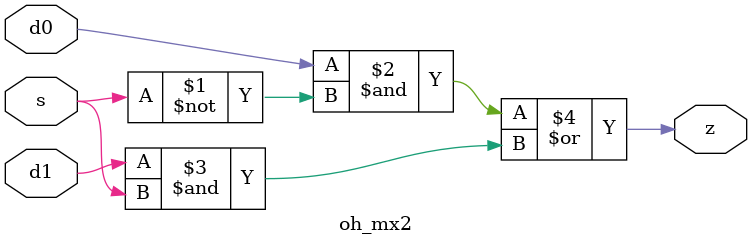
<source format=v>

module oh_mx2 #(parameter DW = 1 ) // array width
   (
    input [DW-1:0]  d0,
    input [DW-1:0]  d1,
    input [DW-1:0]  s,
    output [DW-1:0] z
    );
   
   assign z = (d0 & ~s) | (d1 & s);
   
endmodule

</source>
